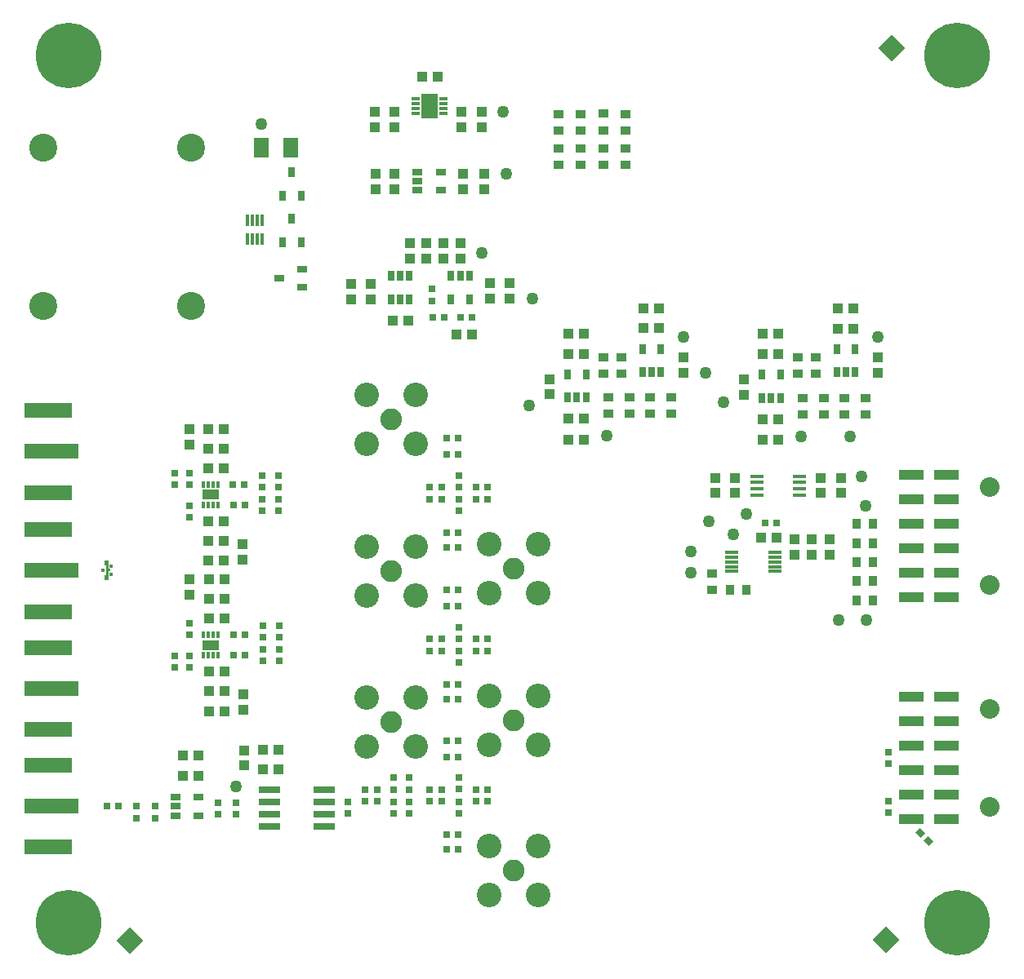
<source format=gbr>
G04*
G04 #@! TF.GenerationSoftware,Altium Limited,Altium Designer,23.7.1 (13)*
G04*
G04 Layer_Color=8388736*
%FSAX43Y43*%
%MOMM*%
G71*
G04*
G04 #@! TF.SameCoordinates,32F7D0E7-751F-4841-97B5-8499A226923E*
G04*
G04*
G04 #@! TF.FilePolarity,Negative*
G04*
G01*
G75*
%ADD14R,4.900X1.600*%
%ADD15R,5.600X1.500*%
%ADD16R,2.500X1.000*%
%ADD17R,1.000X0.900*%
%ADD18R,1.000X1.000*%
%ADD19R,0.800X0.700*%
%ADD20R,1.000X1.000*%
%ADD21R,2.200X0.800*%
%ADD22R,1.425X0.450*%
%ADD23R,0.650X1.100*%
%ADD24R,0.700X0.800*%
G04:AMPARAMS|DCode=25|XSize=0.7mm|YSize=0.8mm|CornerRadius=0mm|HoleSize=0mm|Usage=FLASHONLY|Rotation=45.000|XOffset=0mm|YOffset=0mm|HoleType=Round|Shape=Rectangle|*
%AMROTATEDRECTD25*
4,1,4,0.035,-0.530,-0.530,0.035,-0.035,0.530,0.530,-0.035,0.035,-0.530,0.0*
%
%ADD25ROTATEDRECTD25*%

%ADD26R,1.100X0.650*%
%ADD27R,0.350X0.450*%
%ADD28R,0.350X0.350*%
%ADD29R,0.300X1.200*%
%ADD30R,1.520X2.030*%
%ADD31R,1.700X2.540*%
%ADD32R,0.850X0.300*%
%ADD33R,1.450X0.300*%
%ADD34R,0.900X1.000*%
%ADD35R,1.700X1.000*%
%ADD36R,0.300X0.700*%
%ADD37C,1.270*%
%ADD38P,2.828X4X360.0*%
%ADD39C,2.036*%
%ADD40C,6.800*%
%ADD41C,2.550*%
%ADD42C,2.250*%
%ADD43C,2.910*%
G36*
X0008977Y0042650D02*
X0009000D01*
Y0042643D01*
X0009003Y0042642D01*
X0009011Y0042636D01*
X0009017Y0042628D01*
X0009021Y0042619D01*
X0009024Y0042610D01*
X0009025Y0042600D01*
Y0041725D01*
X0009150D01*
X0009152Y0041725D01*
X0009200D01*
Y0041677D01*
X0009200Y0041675D01*
Y0041525D01*
X0009200Y0041523D01*
Y0041475D01*
X0009152D01*
X0009150Y0041475D01*
X0009025D01*
Y0040600D01*
X0009024Y0040590D01*
X0009021Y0040581D01*
X0009017Y0040572D01*
X0009011Y0040564D01*
X0009003Y0040558D01*
X0009000Y0040557D01*
Y0040550D01*
X0008977D01*
X0008975Y0040550D01*
X0008650D01*
X0008648Y0040550D01*
X0008600D01*
Y0040598D01*
X0008600Y0040600D01*
Y0041075D01*
X0008600Y0041077D01*
Y0041125D01*
X0008648D01*
X0008650Y0041125D01*
X0008775D01*
Y0042075D01*
X0008650D01*
X0008648Y0042075D01*
X0008600D01*
Y0042123D01*
X0008600Y0042125D01*
Y0042600D01*
X0008600Y0042602D01*
Y0042650D01*
X0008648D01*
X0008650Y0042650D01*
X0008975D01*
X0008977Y0042650D01*
D02*
G37*
D14*
X0002750Y0049671D02*
D03*
Y0058191D02*
D03*
Y0025060D02*
D03*
Y0033580D02*
D03*
Y0037315D02*
D03*
Y0045835D02*
D03*
Y0012855D02*
D03*
Y0021375D02*
D03*
D15*
X0003100Y0053931D02*
D03*
Y0029320D02*
D03*
Y0041575D02*
D03*
Y0017115D02*
D03*
D16*
X0092225Y0051484D02*
D03*
X0095925D02*
D03*
X0092225Y0048944D02*
D03*
X0095925D02*
D03*
X0092225Y0046404D02*
D03*
X0095925D02*
D03*
Y0043864D02*
D03*
X0092225D02*
D03*
X0095925Y0041324D02*
D03*
X0092225D02*
D03*
X0095925Y0038784D02*
D03*
X0092225D02*
D03*
Y0028484D02*
D03*
X0095925D02*
D03*
X0092225Y0025944D02*
D03*
X0095925D02*
D03*
X0092225Y0020864D02*
D03*
Y0023404D02*
D03*
Y0015784D02*
D03*
Y0018324D02*
D03*
X0095925Y0015784D02*
D03*
Y0018324D02*
D03*
Y0020864D02*
D03*
Y0023404D02*
D03*
D17*
X0062650Y0085400D02*
D03*
Y0083700D02*
D03*
X0058000Y0085400D02*
D03*
Y0083700D02*
D03*
X0060325Y0088975D02*
D03*
Y0087275D02*
D03*
Y0085400D02*
D03*
Y0083700D02*
D03*
X0055715Y0088950D02*
D03*
Y0087250D02*
D03*
X0055711Y0085375D02*
D03*
Y0083675D02*
D03*
X0062652Y0087249D02*
D03*
Y0088949D02*
D03*
X0057998Y0087249D02*
D03*
Y0088949D02*
D03*
X0071600Y0039525D02*
D03*
Y0041225D02*
D03*
X0081025Y0059500D02*
D03*
Y0057800D02*
D03*
X0083192Y0059500D02*
D03*
Y0057800D02*
D03*
X0082350Y0063700D02*
D03*
Y0062000D02*
D03*
X0085358Y0059500D02*
D03*
Y0057800D02*
D03*
X0080450Y0061975D02*
D03*
Y0063675D02*
D03*
X0087525Y0057800D02*
D03*
Y0059500D02*
D03*
X0060875Y0059525D02*
D03*
Y0057825D02*
D03*
X0063042Y0059525D02*
D03*
Y0057825D02*
D03*
X0062200Y0063725D02*
D03*
Y0062025D02*
D03*
X0065208Y0059525D02*
D03*
Y0057825D02*
D03*
X0060300Y0062000D02*
D03*
Y0063700D02*
D03*
X0067375Y0057825D02*
D03*
Y0059525D02*
D03*
D18*
X0074925Y0061425D02*
D03*
Y0059825D02*
D03*
X0050600Y0071375D02*
D03*
Y0069775D02*
D03*
X0048600Y0071375D02*
D03*
Y0069775D02*
D03*
X0045500Y0075550D02*
D03*
Y0073950D02*
D03*
X0043725Y0075550D02*
D03*
Y0073950D02*
D03*
X0041975Y0075550D02*
D03*
Y0073950D02*
D03*
X0040250Y0075550D02*
D03*
Y0073950D02*
D03*
X0036175Y0071275D02*
D03*
Y0069675D02*
D03*
X0034175Y0071275D02*
D03*
Y0069675D02*
D03*
X0023100Y0021325D02*
D03*
Y0022925D02*
D03*
X0047750Y0089175D02*
D03*
Y0087575D02*
D03*
X0038625Y0089175D02*
D03*
Y0087575D02*
D03*
X0045750Y0082725D02*
D03*
Y0081125D02*
D03*
X0047950Y0082725D02*
D03*
Y0081125D02*
D03*
X0036700Y0082725D02*
D03*
Y0081125D02*
D03*
X0038700Y0082725D02*
D03*
Y0081125D02*
D03*
X0036625Y0089175D02*
D03*
Y0087575D02*
D03*
X0045650Y0089175D02*
D03*
Y0087575D02*
D03*
X0083775Y0043200D02*
D03*
Y0044800D02*
D03*
X0080125Y0044800D02*
D03*
Y0043200D02*
D03*
X0081925Y0044800D02*
D03*
Y0043200D02*
D03*
X0084950Y0049600D02*
D03*
Y0051200D02*
D03*
X0082900Y0049600D02*
D03*
Y0051200D02*
D03*
X0074000D02*
D03*
Y0049600D02*
D03*
X0071950Y0051200D02*
D03*
Y0049600D02*
D03*
X0088775Y0063700D02*
D03*
Y0062100D02*
D03*
X0017425Y0039035D02*
D03*
Y0040635D02*
D03*
X0017400Y0054625D02*
D03*
Y0056225D02*
D03*
X0022950Y0044325D02*
D03*
Y0042725D02*
D03*
X0022975Y0028735D02*
D03*
Y0027135D02*
D03*
X0068625Y0063725D02*
D03*
Y0062125D02*
D03*
X0054775Y0059850D02*
D03*
Y0061450D02*
D03*
D19*
X0078275Y0046475D02*
D03*
X0077075D02*
D03*
X0043850Y0067825D02*
D03*
X0042650D02*
D03*
X0046700Y0067825D02*
D03*
X0045500D02*
D03*
X0048300Y0034450D02*
D03*
Y0033250D02*
D03*
X0048300Y0050200D02*
D03*
Y0049000D02*
D03*
X0045300Y0023900D02*
D03*
X0044100D02*
D03*
X0045300Y0022250D02*
D03*
X0044100D02*
D03*
X0047100Y0018825D02*
D03*
X0048300D02*
D03*
X0042340D02*
D03*
X0043540D02*
D03*
X0044100Y0012600D02*
D03*
X0045300D02*
D03*
X0044100Y0014150D02*
D03*
X0045300D02*
D03*
X0047100Y0017625D02*
D03*
X0048300D02*
D03*
X0042340D02*
D03*
X0043540D02*
D03*
X0035650Y0018800D02*
D03*
X0036850D02*
D03*
X0035650Y0017600D02*
D03*
X0036850D02*
D03*
X0010050Y0017100D02*
D03*
X0008850D02*
D03*
X0044100Y0039525D02*
D03*
X0045300D02*
D03*
Y0037875D02*
D03*
X0044100D02*
D03*
X0047100Y0034450D02*
D03*
X0042340D02*
D03*
X0043540D02*
D03*
X0045300Y0028225D02*
D03*
X0044100D02*
D03*
Y0029775D02*
D03*
X0045300D02*
D03*
X0047100Y0033250D02*
D03*
X0042340D02*
D03*
X0043540D02*
D03*
X0045300Y0055275D02*
D03*
X0044100D02*
D03*
X0045300Y0053625D02*
D03*
X0044100D02*
D03*
X0047100Y0050200D02*
D03*
X0042340D02*
D03*
X0043540D02*
D03*
X0044100Y0043975D02*
D03*
X0045300D02*
D03*
X0044100Y0045525D02*
D03*
X0045300D02*
D03*
X0047100Y0049000D02*
D03*
X0042340D02*
D03*
X0043540D02*
D03*
X0023150Y0048400D02*
D03*
X0021950D02*
D03*
X0021925Y0050500D02*
D03*
X0023125D02*
D03*
X0021975Y0032810D02*
D03*
X0023175D02*
D03*
X0021950Y0034910D02*
D03*
X0023150D02*
D03*
D20*
X0076700Y0045000D02*
D03*
X0078300D02*
D03*
X0045075Y0066075D02*
D03*
X0046675D02*
D03*
X0040075Y0067475D02*
D03*
X0038475D02*
D03*
X0016750Y0022350D02*
D03*
X0018350D02*
D03*
X0025050Y0020925D02*
D03*
X0026650D02*
D03*
X0018350Y0020300D02*
D03*
X0016750D02*
D03*
X0025050Y0022975D02*
D03*
X0026650D02*
D03*
X0043125Y0092800D02*
D03*
X0041525D02*
D03*
X0084675Y0068750D02*
D03*
X0086275D02*
D03*
X0076875Y0055150D02*
D03*
X0078475D02*
D03*
X0076875Y0066150D02*
D03*
X0078475D02*
D03*
X0086275Y0066700D02*
D03*
X0084675D02*
D03*
X0078475Y0057300D02*
D03*
X0076875D02*
D03*
X0078475Y0064050D02*
D03*
X0076875D02*
D03*
X0019425Y0040685D02*
D03*
X0021025D02*
D03*
X0019400Y0052175D02*
D03*
X0021000D02*
D03*
X0019400Y0054225D02*
D03*
X0021000D02*
D03*
X0019400Y0056276D02*
D03*
X0021000D02*
D03*
Y0046675D02*
D03*
X0019400D02*
D03*
X0021000Y0044625D02*
D03*
X0019400D02*
D03*
X0021000Y0042575D02*
D03*
X0019400D02*
D03*
X0021025Y0031085D02*
D03*
X0019425D02*
D03*
X0021025Y0029034D02*
D03*
X0019425D02*
D03*
X0021025Y0026984D02*
D03*
X0019425D02*
D03*
Y0036585D02*
D03*
X0021025D02*
D03*
X0019425Y0038635D02*
D03*
X0021025D02*
D03*
X0064525Y0068775D02*
D03*
X0066125D02*
D03*
X0056725Y0055175D02*
D03*
X0058325D02*
D03*
X0056725Y0066175D02*
D03*
X0058325D02*
D03*
X0066125Y0066725D02*
D03*
X0064525D02*
D03*
X0058325Y0057325D02*
D03*
X0056725D02*
D03*
X0058325Y0064075D02*
D03*
X0056725D02*
D03*
D21*
X0025680Y0018780D02*
D03*
Y0017510D02*
D03*
Y0016240D02*
D03*
Y0014970D02*
D03*
X0031420Y0018780D02*
D03*
Y0017510D02*
D03*
Y0016240D02*
D03*
Y0014970D02*
D03*
D22*
X0080662Y0051375D02*
D03*
Y0050725D02*
D03*
Y0050075D02*
D03*
Y0049425D02*
D03*
X0076238D02*
D03*
Y0050075D02*
D03*
Y0050725D02*
D03*
Y0051375D02*
D03*
D23*
X0046450Y0069725D02*
D03*
X0044550D02*
D03*
Y0072125D02*
D03*
X0045500D02*
D03*
X0046450D02*
D03*
X0040225Y0069725D02*
D03*
X0039275D02*
D03*
X0038325D02*
D03*
Y0072125D02*
D03*
X0039275D02*
D03*
X0040225D02*
D03*
X0028040Y0078050D02*
D03*
X0028990Y0075650D02*
D03*
X0027090D02*
D03*
X0028040Y0082900D02*
D03*
X0028990Y0080500D02*
D03*
X0027090D02*
D03*
X0076775Y0061900D02*
D03*
X0078675D02*
D03*
Y0059500D02*
D03*
X0077725D02*
D03*
X0076775D02*
D03*
X0084525Y0064550D02*
D03*
X0086425D02*
D03*
Y0062150D02*
D03*
X0085475D02*
D03*
X0084525D02*
D03*
X0056625Y0061925D02*
D03*
X0058525D02*
D03*
Y0059525D02*
D03*
X0057575D02*
D03*
X0056625D02*
D03*
X0064375Y0064575D02*
D03*
X0066275D02*
D03*
Y0062175D02*
D03*
X0065325D02*
D03*
X0064375D02*
D03*
D24*
X0042550Y0069575D02*
D03*
Y0070775D02*
D03*
X0024975Y0051450D02*
D03*
Y0050250D02*
D03*
X0089921Y0017650D02*
D03*
Y0016450D02*
D03*
Y0022744D02*
D03*
Y0021544D02*
D03*
X0045350Y0020075D02*
D03*
Y0018875D02*
D03*
X0045350Y0016375D02*
D03*
Y0017575D02*
D03*
X0022200Y0017450D02*
D03*
Y0016250D02*
D03*
X0040200Y0020050D02*
D03*
Y0018850D02*
D03*
X0040200Y0016350D02*
D03*
Y0017550D02*
D03*
X0038550Y0018850D02*
D03*
Y0020050D02*
D03*
X0038550Y0017550D02*
D03*
Y0016350D02*
D03*
X0020400Y0017450D02*
D03*
Y0016250D02*
D03*
X0011950Y0015900D02*
D03*
Y0017100D02*
D03*
X0033875Y0016325D02*
D03*
Y0017525D02*
D03*
X0013900Y0017100D02*
D03*
Y0015900D02*
D03*
X0045350Y0035700D02*
D03*
Y0034500D02*
D03*
X0045350Y0032000D02*
D03*
Y0033200D02*
D03*
X0015850Y0031525D02*
D03*
Y0032725D02*
D03*
Y0050475D02*
D03*
Y0051675D02*
D03*
X0045350Y0051450D02*
D03*
Y0050250D02*
D03*
X0045350Y0047750D02*
D03*
Y0048950D02*
D03*
X0024975Y0047750D02*
D03*
Y0048950D02*
D03*
X0026675Y0051450D02*
D03*
Y0050250D02*
D03*
X0026675Y0047750D02*
D03*
Y0048950D02*
D03*
X0017400Y0051675D02*
D03*
Y0050475D02*
D03*
X0017400Y0047125D02*
D03*
Y0048325D02*
D03*
X0017425Y0031535D02*
D03*
Y0032735D02*
D03*
X0017425Y0036085D02*
D03*
Y0034885D02*
D03*
X0025000Y0033360D02*
D03*
Y0032160D02*
D03*
X0025000Y0034660D02*
D03*
Y0035860D02*
D03*
X0026700D02*
D03*
Y0034660D02*
D03*
X0026700Y0032160D02*
D03*
Y0033360D02*
D03*
D25*
X0093150Y0014350D02*
D03*
X0093999Y0013501D02*
D03*
D26*
X0015950Y0018050D02*
D03*
Y0017100D02*
D03*
Y0016150D02*
D03*
X0018350D02*
D03*
Y0018050D02*
D03*
X0026705Y0071900D02*
D03*
X0029105Y0072850D02*
D03*
Y0070950D02*
D03*
X0041050Y0082925D02*
D03*
Y0081975D02*
D03*
Y0081025D02*
D03*
X0043450D02*
D03*
Y0082925D02*
D03*
D27*
X0008475Y0041600D02*
D03*
D28*
X0009325Y0041150D02*
D03*
Y0042050D02*
D03*
D29*
X0024940Y0077900D02*
D03*
X0024440D02*
D03*
X0023940D02*
D03*
X0023440D02*
D03*
Y0076000D02*
D03*
X0023940D02*
D03*
X0024440D02*
D03*
X0024940D02*
D03*
D30*
X0027895Y0085450D02*
D03*
X0024855D02*
D03*
D31*
X0042300Y0089775D02*
D03*
D32*
X0043750Y0089025D02*
D03*
Y0089525D02*
D03*
Y0090025D02*
D03*
Y0090525D02*
D03*
X0040850D02*
D03*
Y0090025D02*
D03*
Y0089525D02*
D03*
Y0089025D02*
D03*
D33*
X0073675Y0043475D02*
D03*
Y0042975D02*
D03*
Y0042475D02*
D03*
Y0041975D02*
D03*
Y0041475D02*
D03*
X0078125D02*
D03*
Y0041975D02*
D03*
Y0042475D02*
D03*
Y0042975D02*
D03*
Y0043475D02*
D03*
D34*
X0086575Y0038475D02*
D03*
X0088275D02*
D03*
X0086575Y0040475D02*
D03*
X0088275D02*
D03*
X0073450Y0039575D02*
D03*
X0075150D02*
D03*
X0086575Y0046425D02*
D03*
X0088275D02*
D03*
X0086575Y0044425D02*
D03*
X0088275D02*
D03*
X0086575Y0042475D02*
D03*
X0088275D02*
D03*
D35*
X0019620Y0049437D02*
D03*
X0019645Y0033847D02*
D03*
D36*
X0020370Y0048387D02*
D03*
X0019870D02*
D03*
X0019370D02*
D03*
X0018870D02*
D03*
Y0050487D02*
D03*
X0019370D02*
D03*
X0019870D02*
D03*
X0020370D02*
D03*
X0020395Y0032797D02*
D03*
X0019895D02*
D03*
X0019395D02*
D03*
X0018895D02*
D03*
Y0034897D02*
D03*
X0019395D02*
D03*
X0019895D02*
D03*
X0020395D02*
D03*
D37*
X0088775Y0065825D02*
D03*
X0085925Y0055475D02*
D03*
X0022200Y0019133D02*
D03*
X0069400Y0043550D02*
D03*
X0069410Y0041304D02*
D03*
X0071275Y0046675D02*
D03*
X0075175Y0047450D02*
D03*
X0073775Y0045300D02*
D03*
X0087600Y0036450D02*
D03*
X0087125Y0051300D02*
D03*
X0087525Y0048275D02*
D03*
X0084725Y0036475D02*
D03*
X0080825Y0055525D02*
D03*
X0072825Y0059075D02*
D03*
X0070925Y0062075D02*
D03*
X0068625Y0065850D02*
D03*
X0060675Y0055550D02*
D03*
X0052625Y0058700D02*
D03*
X0052975Y0069775D02*
D03*
X0047725Y0074500D02*
D03*
X0050275Y0082725D02*
D03*
X0049950Y0089175D02*
D03*
X0024875Y0087888D02*
D03*
D38*
X0011225Y0003200D02*
D03*
X0090225Y0095775D02*
D03*
X0089650Y0003225D02*
D03*
D39*
X0100375Y0050214D02*
D03*
Y0040054D02*
D03*
Y0027214D02*
D03*
Y0017054D02*
D03*
D40*
X0097000Y0095000D02*
D03*
Y0005000D02*
D03*
X0004900Y0095000D02*
D03*
Y0005000D02*
D03*
D41*
X0035760Y0028430D02*
D03*
X0040840D02*
D03*
Y0023350D02*
D03*
X0035760D02*
D03*
X0048510Y0012940D02*
D03*
X0053590D02*
D03*
Y0007860D02*
D03*
X0048510D02*
D03*
X0035760Y0044055D02*
D03*
X0040840D02*
D03*
Y0038975D02*
D03*
X0035760D02*
D03*
X0048510Y0028565D02*
D03*
X0053590D02*
D03*
Y0023485D02*
D03*
X0048510D02*
D03*
X0035760Y0059805D02*
D03*
X0040840D02*
D03*
Y0054725D02*
D03*
X0035760D02*
D03*
X0048510Y0044315D02*
D03*
X0053590D02*
D03*
Y0039235D02*
D03*
X0048510D02*
D03*
D42*
X0038300Y0025890D02*
D03*
X0051050Y0010400D02*
D03*
X0038300Y0041515D02*
D03*
X0051050Y0026025D02*
D03*
X0038300Y0057265D02*
D03*
X0051050Y0041775D02*
D03*
D43*
X0002250Y0085475D02*
D03*
X0017550D02*
D03*
X0002250Y0069025D02*
D03*
X0017550D02*
D03*
M02*

</source>
